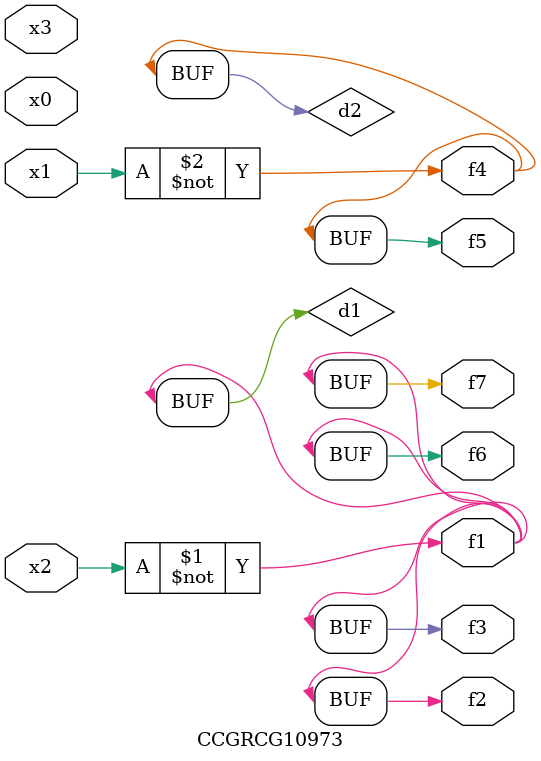
<source format=v>
module CCGRCG10973(
	input x0, x1, x2, x3,
	output f1, f2, f3, f4, f5, f6, f7
);

	wire d1, d2;

	xnor (d1, x2);
	not (d2, x1);
	assign f1 = d1;
	assign f2 = d1;
	assign f3 = d1;
	assign f4 = d2;
	assign f5 = d2;
	assign f6 = d1;
	assign f7 = d1;
endmodule

</source>
